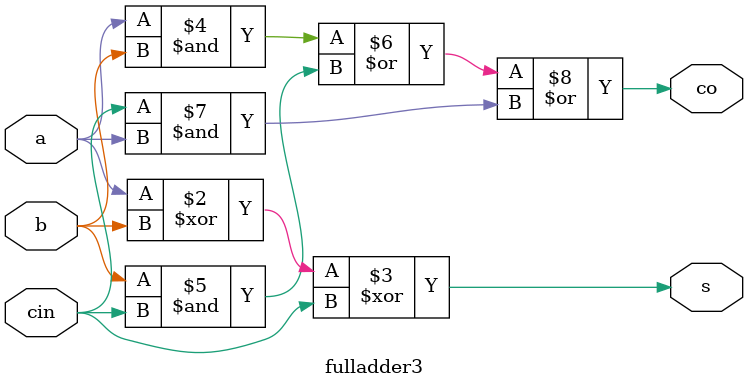
<source format=v>
`timescale 1ns / 1ps


module fulladder3(
    input a,b,cin,
    output reg s,co
    );
    always@(a,b,cin)
    begin
    s=a^b^cin;
    co=(a&b)|(b&cin)|(cin&a);
    end
endmodule

</source>
